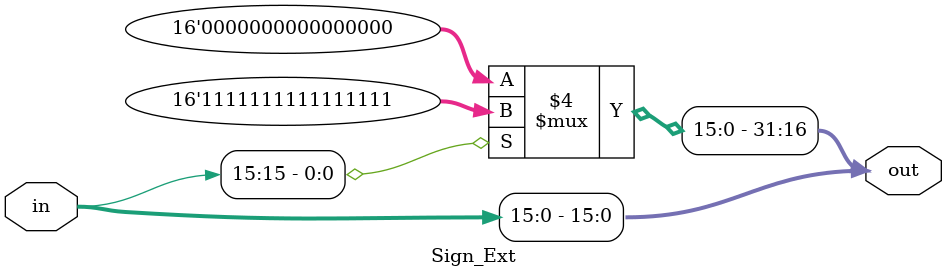
<source format=v>
module Sign_Ext(
	in, 
	
	out);

input [15:0]in;

output reg[31:0] out;

always @(*) begin
	if(in[15] == 0) begin
		out[31:16] <= 0;
		out[15:0] <= in[15:0];
	end
	else begin
		out[31:0] <= {{16{1'b1}},in[15:0]}; 
	end
end

endmodule 

</source>
